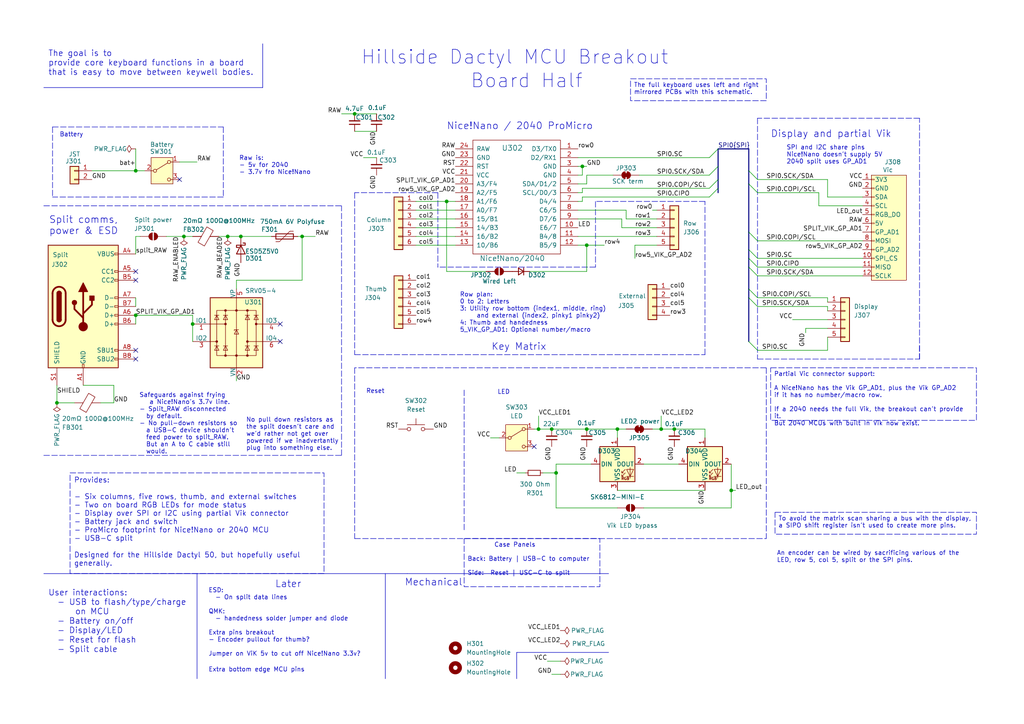
<source format=kicad_sch>
(kicad_sch (version 20231120) (generator "eeschema") (generator_version "8.0")
  (paper "A4")
  (title_block (title "Hillside Dactyl MCU Breakout") (date "2024-02-24") (rev "0.1.0-alpha.2") (comment 1 "  Headers: MCU, key matrix and display") (comment 2 "  On board: reset, battery switch and LEDs") (comment 3 "Provides:") (comment 4 "MCU breakout for Dactyl split keyboards "))
  (lib_symbols
    (symbol "Connector:USB_C_Receptacle_USB2.0_16P" (pin_names (offset 1.016))
      (property "Reference" "J" (at 0 22.225 0))
      (property "Value" "USB_C_Receptacle_USB2.0_16P" (at 0 19.685 0))
      (symbol "USB_C_Receptacle_USB2.0_16P_1_1"
        (pin passive line (at 0 -22.86 90) (length 5.08) (name "GND") (number "A1"))
        (pin passive line (at 0 -22.86 90) (length 5.08) hide (name "GND") (number "A12"))
        (pin passive line (at 15.24 15.24 180) (length 5.08) (name "VBUS") (number "A4"))
        (pin bidirectional line (at 15.24 10.16 180) (length 5.08) (name "CC1") (number "A5"))
        (pin bidirectional line (at 15.24 -2.54 180) (length 5.08) (name "D+") (number "A6"))
        (pin bidirectional line (at 15.24 2.54 180) (length 5.08) (name "D-") (number "A7"))
        (pin bidirectional line (at 15.24 -12.7 180) (length 5.08) (name "SBU1") (number "A8"))
        (pin passive line (at 15.24 15.24 180) (length 5.08) hide (name "VBUS") (number "A9"))
        (pin passive line (at 0 -22.86 90) (length 5.08) hide (name "GND") (number "B1"))
        (pin passive line (at 0 -22.86 90) (length 5.08) hide (name "GND") (number "B12"))
        (pin passive line (at 15.24 15.24 180) (length 5.08) hide (name "VBUS") (number "B4"))
        (pin bidirectional line (at 15.24 7.62 180) (length 5.08) (name "CC2") (number "B5"))
        (pin bidirectional line (at 15.24 -5.08 180) (length 5.08) (name "D+") (number "B6"))
        (pin bidirectional line (at 15.24 0 180) (length 5.08) (name "D-") (number "B7"))
        (pin bidirectional line (at 15.24 -15.24 180) (length 5.08) (name "SBU2") (number "B8"))
        (pin passive line (at 15.24 15.24 180) (length 5.08) hide (name "VBUS") (number "B9"))
        (pin passive line (at -7.62 -22.86 90) (length 5.08) (name "SHIELD") (number "S1"))
      )
    )
    (symbol "Connector_Generic:Conn_01x02" (pin_names (offset 1.016) hide)
      (property "Reference" "J" (at 0 2.54 0))
      (property "Value" "Conn_01x02" (at 0 -5.08 0))
      (symbol "Conn_01x02_1_1"
        (pin passive line (at -5.08 0 0) (length 3.81) (name "Pin_1") (number "1"))
        (pin passive line (at -5.08 -2.54 0) (length 3.81) (name "Pin_2") (number "2"))
      )
    )
    (symbol "Connector_Generic:Conn_01x04" (pin_names (offset 1.016) hide)
      (property "Reference" "J" (at 0 5.08 0))
      (property "Value" "Conn_01x04" (at 0 -7.62 0))
      (symbol "Conn_01x04_1_1"
        (pin passive line (at -5.08 2.54 0) (length 3.81) (name "Pin_1") (number "1"))
        (pin passive line (at -5.08 0 0) (length 3.81) (name "Pin_2") (number "2"))
        (pin passive line (at -5.08 -2.54 0) (length 3.81) (name "Pin_3") (number "3"))
        (pin passive line (at -5.08 -5.08 0) (length 3.81) (name "Pin_4") (number "4"))
      )
    )
    (symbol "Connector_Generic:Conn_01x05" (pin_names (offset 1.016) hide)
      (property "Reference" "J" (at 0 7.62 0))
      (property "Value" "Conn_01x05" (at 0 -7.62 0))
      (symbol "Conn_01x05_1_1"
        (pin passive line (at -5.08 5.08 0) (length 3.81) (name "Pin_1") (number "1"))
        (pin passive line (at -5.08 2.54 0) (length 3.81) (name "Pin_2") (number "2"))
        (pin passive line (at -5.08 0 0) (length 3.81) (name "Pin_3") (number "3"))
        (pin passive line (at -5.08 -2.54 0) (length 3.81) (name "Pin_4") (number "4"))
        (pin passive line (at -5.08 -5.08 0) (length 3.81) (name "Pin_5") (number "5"))
      )
    )
    (symbol "Connector_Generic:Conn_01x06" (pin_names (offset 1.016) hide)
      (property "Reference" "J" (at 0 7.62 0))
      (property "Value" "Conn_01x06" (at 0 -10.16 0))
      (symbol "Conn_01x06_1_1"
        (pin passive line (at -5.08 5.08 0) (length 3.81) (name "Pin_1") (number "1"))
        (pin passive line (at -5.08 2.54 0) (length 3.81) (name "Pin_2") (number "2"))
        (pin passive line (at -5.08 0 0) (length 3.81) (name "Pin_3") (number "3"))
        (pin passive line (at -5.08 -2.54 0) (length 3.81) (name "Pin_4") (number "4"))
        (pin passive line (at -5.08 -5.08 0) (length 3.81) (name "Pin_5") (number "5"))
        (pin passive line (at -5.08 -7.62 0) (length 3.81) (name "Pin_6") (number "6"))
      )
    )
    (symbol "Dactyl:ProMicro_r" (pin_names (offset 1.016))
      (property "Reference" "U" (at 1.27 22.86 0))
      (property "Value" "ProMicro_r" (at 1.27 -15.24 0))
      (symbol "ProMicro_r_1_1"
        (pin bidirectional line (at 19.05 17.78 180) (length 5.08) (name "D3/TX0") (number "1"))
        (pin bidirectional line (at 19.05 -5.08 180) (length 5.08) (name "E6/7") (number "10"))
        (pin bidirectional line (at 19.05 -7.62 180) (length 5.08) (name "B4/8") (number "11"))
        (pin bidirectional line (at 19.05 -10.16 180) (length 5.08) (name "B5/9") (number "12"))
        (pin bidirectional line (at -16.51 -10.16 0) (length 5.08) (name "10/B6") (number "13"))
        (pin bidirectional line (at -16.51 -7.62 0) (length 5.08) (name "16/B2") (number "14"))
        (pin bidirectional line (at -16.51 -5.08 0) (length 5.08) (name "14/B3") (number "15"))
        (pin bidirectional line (at -16.51 -2.54 0) (length 5.08) (name "15/B1") (number "16"))
        (pin bidirectional line (at -16.51 0 0) (length 5.08) (name "A0/F7") (number "17"))
        (pin bidirectional line (at -16.51 2.54 0) (length 5.08) (name "A1/F6") (number "18"))
        (pin bidirectional line (at -16.51 5.08 0) (length 5.08) (name "A2/F5") (number "19"))
        (pin bidirectional line (at 19.05 15.24 180) (length 5.08) (name "D2/RX1") (number "2"))
        (pin bidirectional line (at -16.51 7.62 0) (length 5.08) (name "A3/F4") (number "20"))
        (pin power_in line (at -16.51 10.16 0) (length 5.08) (name "VCC") (number "21"))
        (pin input line (at -16.51 12.7 0) (length 5.08) (name "RST") (number "22"))
        (pin power_in line (at -16.51 15.24 0) (length 5.08) (name "GND") (number "23"))
        (pin power_out line (at -16.51 17.78 0) (length 5.08) (name "RAW") (number "24"))
        (pin power_in line (at 19.05 12.7 180) (length 5.08) (name "GND") (number "3"))
        (pin power_in line (at 19.05 10.16 180) (length 5.08) (name "GND") (number "4"))
        (pin bidirectional line (at 19.05 7.62 180) (length 5.08) (name "SDA/D1/2") (number "5"))
        (pin bidirectional line (at 19.05 5.08 180) (length 5.08) (name "SCL/D0/3") (number "6"))
        (pin bidirectional line (at 19.05 2.54 180) (length 5.08) (name "D4/4") (number "7"))
        (pin bidirectional line (at 19.05 0 180) (length 5.08) (name "C6/5") (number "8"))
        (pin bidirectional line (at 19.05 -2.54 180) (length 5.08) (name "D7/6") (number "9"))
      )
    )
    (symbol "Dactyl:SK6812-MINI-E" (pin_names (offset 0.254))
      (property "Reference" "D" (at 5.08 5.715 0))
      (property "Value" "SK6812-MINI-E" (at 1.27 -5.715 0))
      (symbol "SK6812-MINI-E_0_0"
        (text "RGB" (at 2.286 -4.191 0) (effects (font (size 0.762 0.762))))
      )
      (symbol "SK6812-MINI-E_1_1"
        (pin power_in line (at 0 7.62 270) (length 2.54) (name "VDD") (number "1"))
        (pin output line (at 7.62 0 180) (length 2.54) (name "DOUT") (number "2"))
        (pin power_in line (at 0 -7.62 90) (length 2.54) (name "VSS") (number "3"))
        (pin input line (at -7.62 0 0) (length 2.54) (name "DIN") (number "4"))
      )
    )
    (symbol "Dactyl:vik-keyboard-connector" (pin_names (offset 1))
      (property "Reference" "J" (at 0 15.875 0))
      (symbol "vik-keyboard-connector_1_1"
        (pin power_in line (at -7.62 12.7 0) (length 2.54) (name "3V3") (number "1"))
        (pin input line (at -7.62 -10.16 0) (length 2.54) (name "SPI_CS") (number "10"))
        (pin tri_state line (at -7.62 -12.7 0) (length 2.54) (name "MISO") (number "11"))
        (pin input line (at -7.62 -15.24 0) (length 2.54) (name "SCLK") (number "12"))
        (pin power_in line (at -7.62 10.16 0) (length 2.54) (name "GND") (number "2"))
        (pin bidirectional line (at -7.62 7.62 0) (length 2.54) (name "SDA") (number "3"))
        (pin bidirectional line (at -7.62 5.08 0) (length 2.54) (name "SCL") (number "4"))
        (pin input line (at -7.62 2.54 0) (length 2.54) (name "RGB_DO") (number "5"))
        (pin power_in line (at -7.62 0 0) (length 2.54) (name "5V") (number "6"))
        (pin bidirectional line (at -7.62 -2.54 0) (length 2.54) (name "GP_AD1") (number "7"))
        (pin input line (at -7.62 -5.08 0) (length 2.54) (name "MOSI") (number "8"))
        (pin bidirectional line (at -7.62 -7.62 0) (length 2.54) (name "GP_AD2") (number "9"))
      )
    )
    (symbol "Device:C_Small" (pin_numbers hide) (pin_names (offset 0.254) hide)
      (property "Reference" "C" (at 0.254 1.778 0))
      (property "Value" "C_Small" (at 0.254 -2.032 0))
      (symbol "C_Small_1_1"
        (pin passive line (at 0 2.54 270) (length 2.032) (name "~") (number "1"))
        (pin passive line (at 0 -2.54 90) (length 2.032) (name "~") (number "2"))
      )
    )
    (symbol "Device:D_Small" (pin_numbers hide) (pin_names (offset 0.254) hide)
      (property "Reference" "D" (at -1.27 2.032 0))
      (property "Value" "D_Small" (at -3.81 -2.032 0))
      (symbol "D_Small_1_1"
        (pin passive line (at -2.54 0 0) (length 1.778) (name "K") (number "1"))
        (pin passive line (at 2.54 0 180) (length 1.778) (name "A") (number "2"))
      )
    )
    (symbol "Device:FerriteBead" (pin_numbers hide) (pin_names (offset 0))
      (property "Reference" "FB" (at -3.81 0.635 90))
      (property "Value" "FerriteBead" (at 3.81 0 90))
      (symbol "FerriteBead_1_1"
        (pin passive line (at 0 3.81 270) (length 2.54) (name "~") (number "1"))
        (pin passive line (at 0 -3.81 90) (length 2.54) (name "~") (number "2"))
      )
    )
    (symbol "Device:Polyfuse" (pin_numbers hide) (pin_names (offset 0))
      (property "Reference" "F" (at -2.54 0 90))
      (property "Value" "Polyfuse" (at 2.54 0 90))
      (symbol "Polyfuse_1_1"
        (pin passive line (at 0 3.81 270) (length 1.27) (name "~") (number "1"))
        (pin passive line (at 0 -3.81 90) (length 1.27) (name "~") (number "2"))
      )
    )
    (symbol "Device:R_Small" (pin_numbers hide) (pin_names (offset 0.254) hide)
      (property "Reference" "R" (at 0.762 0.508 0))
      (property "Value" "R_Small" (at 0.762 -1.016 0))
      (symbol "R_Small_1_1"
        (pin passive line (at 0 2.54 270) (length 0.762) (name "~") (number "1"))
        (pin passive line (at 0 -2.54 90) (length 0.762) (name "~") (number "2"))
      )
    )
    (symbol "Diode:C3D12065A" (pin_numbers hide) (pin_names (offset 1.016) hide)
      (property "Reference" "D" (at 0 2.54 0))
      (property "Value" "C3D12065A" (at 0 -2.54 0))
      (symbol "C3D12065A_1_1"
        (pin passive line (at -3.81 0 0) (length 2.54) (name "K") (number "1"))
        (pin passive line (at 3.81 0 180) (length 2.54) (name "A") (number "2"))
      )
    )
    (symbol "Jumper:SolderJumper_2_Bridged" (pin_numbers hide) (pin_names (offset 0) hide) (exclude_from_sim yes) (in_bom no)
      (property "Reference" "JP" (at 0 2.032 0))
      (property "Value" "SolderJumper_2_Bridged" (at 0 -2.54 0))
      (symbol "SolderJumper_2_Bridged_1_1"
        (pin passive line (at -3.81 0 0) (length 2.54) (name "A") (number "1"))
        (pin passive line (at 3.81 0 180) (length 2.54) (name "B") (number "2"))
      )
    )
    (symbol "Jumper:SolderJumper_2_Open" (pin_numbers hide) (pin_names (offset 0) hide) (exclude_from_sim yes) (in_bom no)
      (property "Reference" "JP" (at 0 2.032 0))
      (property "Value" "SolderJumper_2_Open" (at 0 -2.54 0))
      (symbol "SolderJumper_2_Open_1_1"
        (pin passive line (at -3.81 0 0) (length 2.54) (name "A") (number "1"))
        (pin passive line (at 3.81 0 180) (length 2.54) (name "B") (number "2"))
      )
    )
    (symbol "Mechanical:MountingHole" (pin_names (offset 1.016))
      (property "Reference" "H" (at 0 5.08 0))
      (property "Value" "MountingHole" (at 0 3.175 0))
    )
    (symbol "Power_Protection:SRV05-4" (pin_names (offset 0))
      (property "Reference" "U" (at -5.08 11.43 0))
      (property "Value" "SRV05-4" (at 2.54 11.43 0))
      (symbol "SRV05-4_1_1"
        (pin passive line (at -12.7 2.54 0) (length 5.08) (name "IO1") (number "1"))
        (pin passive line (at 0 -12.7 90) (length 2.54) (name "VN") (number "2"))
        (pin passive line (at -12.7 -2.54 0) (length 5.08) (name "IO2") (number "3"))
        (pin passive line (at 12.7 2.54 180) (length 5.08) (name "IO3") (number "4"))
        (pin passive line (at 0 12.7 270) (length 2.54) (name "VP") (number "5"))
        (pin passive line (at 12.7 -2.54 180) (length 5.08) (name "IO4") (number "6"))
      )
    )
    (symbol "SolderJumper_2_Bridged_1" (pin_numbers hide) (pin_names (offset 0) hide)
      (property "Reference" "JP" (at 0 2.032 0))
      (property "Value" "SolderJumper_2_Bridged" (at 0 -2.54 0))
      (symbol "SolderJumper_2_Bridged_1_1_1"
        (pin passive line (at -3.81 0 0) (length 2.54) (name "A") (number "1"))
        (pin passive line (at 3.81 0 180) (length 2.54) (name "B") (number "2"))
      )
    )
    (symbol "Switch:SW_Push" (pin_numbers hide) (pin_names (offset 1.016) hide)
      (property "Reference" "SW" (at 1.27 2.54 0))
      (property "Value" "SW_Push" (at 0 -1.524 0))
      (symbol "SW_Push_0_1"
        (pin passive line (at -5.08 0 0) (length 2.54) (name "1") (number "1"))
        (pin passive line (at 5.08 0 180) (length 2.54) (name "2") (number "2"))
      )
    )
    (symbol "Switch:SW_SPDT" (pin_names (offset 0) hide)
      (property "Reference" "SW" (at 0 5.08 0))
      (property "Value" "SW_SPDT" (at 0 -5.08 0))
      (symbol "SW_SPDT_1_1"
        (pin passive line (at 5.08 2.54 180) (length 2.54) (name "A") (number "1"))
        (pin passive line (at -5.08 0 0) (length 2.54) (name "B") (number "2"))
        (pin passive line (at 5.08 -2.54 180) (length 2.54) (name "C") (number "3"))
      )
    )
    (symbol "power:PWR_FLAG" (power) (pin_numbers hide) (pin_names (offset 0) hide)
      (property "Value" "PWR_FLAG" (at 0 3.81 0))
      (symbol "PWR_FLAG_0_0"
        (pin power_out line (at 0 0 90) (length 0) (name "~") (number "1"))
      )
    )
  )
  (bus_alias "SPI" (members "SC" "SCK/SDA" "COPI/SCL" "CIPO"))
  (junction (at 212.09 142.24))
  (junction (at 170.18 71.12))
  (junction (at 39.37 49.53))
  (junction (at 156.21 124.46))
  (junction (at 69.85 68.58))
  (junction (at 170.18 124.46))
  (junction (at 16.51 116.84))
  (junction (at 102.87 33.02))
  (junction (at 66.04 68.58))
  (junction (at 87.63 68.58))
  (junction (at 39.37 91.44))
  (junction (at 129.54 58.42))
  (junction (at 55.88 93.98))
  (junction (at 191.77 124.46))
  (junction (at 179.07 124.46))
  (junction (at 161.29 137.16))
  (junction (at 53.34 68.58))
  (junction (at 195.58 124.46))
  (junction (at 160.02 124.46))
  (junction (at 168.91 48.26))
  (no_connect (at 154.94 129.54))
  (no_connect (at 39.37 78.74))
  (no_connect (at 52.07 52.07))
  (no_connect (at 39.37 81.28))
  (no_connect (at 39.37 101.6))
  (no_connect (at 81.28 93.98))
  (no_connect (at 81.28 99.06))
  (no_connect (at 39.37 104.14))
  (bus_entry (at 217.17 86.36) (size 2.54 2.54))
  (bus_entry (at 217.17 72.39) (size 2.54 2.54))
  (bus_entry (at 208.28 48.26) (size -2.54 2.54))
  (bus_entry (at 217.17 67.31) (size 2.54 2.54))
  (bus_entry (at 208.28 54.61) (size -2.54 2.54))
  (bus_entry (at 217.17 99.06) (size 2.54 2.54))
  (bus_entry (at 208.28 52.07) (size -2.54 2.54))
  (bus_entry (at 217.17 77.47) (size 2.54 2.54))
  (bus_entry (at 217.17 53.34) (size 2.54 2.54))
  (bus_entry (at 217.17 74.93) (size 2.54 2.54))
  (bus_entry (at 208.28 43.18) (size -2.54 2.54))
  (bus_entry (at 217.17 49.53) (size 2.54 2.54))
  (bus_entry (at 217.17 83.82) (size 2.54 2.54))
  (wire (pts (xy 142.24 127) (xy 144.78 127)))
  (wire (pts (xy 39.37 68.58) (xy 40.64 68.58)))
  (wire (pts (xy 240.03 88.9) (xy 240.03 90.17)))
  (wire (pts (xy 129.54 58.42) (xy 129.54 78.74)))
  (wire (pts (xy 102.87 33.02) (xy 99.06 33.02)))
  (wire (pts (xy 240.03 52.07) (xy 240.03 57.15)))
  (polyline (pts (xy 127 77.47) (xy 127 77.47)) (stroke (width 0) (type dot)))
  (wire (pts (xy 170.18 53.34) (xy 167.64 53.34)))
  (polyline (pts (xy 102.87 156.21) (xy 222.25 156.21)) (stroke (width 0) (type dash)))
  (wire (pts (xy 167.64 55.88) (xy 168.91 55.88)))
  (wire (pts (xy 157.48 137.16) (xy 161.29 137.16)))
  (wire (pts (xy 129.54 78.74) (xy 140.97 78.74)))
  (wire (pts (xy 219.71 74.93) (xy 250.19 74.93)))
  (wire (pts (xy 161.29 134.62) (xy 161.29 137.16)))
  (wire (pts (xy 181.61 63.5) (xy 181.61 60.96)))
  (wire (pts (xy 212.09 142.24) (xy 213.36 142.24)))
  (wire (pts (xy 219.71 52.07) (xy 240.03 52.07)))
  (wire (pts (xy 186.69 134.62) (xy 196.85 134.62)))
  (wire (pts (xy 87.63 68.58) (xy 87.63 81.28)))
  (wire (pts (xy 237.49 55.88) (xy 237.49 59.69)))
  (wire (pts (xy 68.58 83.82) (xy 68.58 81.28)))
  (wire (pts (xy 191.77 124.46) (xy 195.58 124.46)))
  (wire (pts (xy 53.34 68.58) (xy 55.88 68.58)))
  (wire (pts (xy 55.88 91.44) (xy 55.88 93.98)))
  (wire (pts (xy 120.65 71.12) (xy 132.08 71.12)))
  (wire (pts (xy 167.64 48.26) (xy 168.91 48.26)))
  (wire (pts (xy 175.26 71.12) (xy 170.18 71.12)))
  (polyline (pts (xy 204.47 102.87) (xy 204.47 58.42)) (stroke (width 0) (type dash)))
  (polyline (pts (xy 149.86 189.23) (xy 149.86 196.85)))
  (bus (pts (xy 217.17 74.93) (xy 217.17 77.47)))
  (wire (pts (xy 240.03 101.6) (xy 240.03 97.79)))
  (wire (pts (xy 156.21 120.65) (xy 156.21 124.46)))
  (wire (pts (xy 52.07 46.99) (xy 57.15 46.99)))
  (wire (pts (xy 87.63 68.58) (xy 91.44 68.58)))
  (bus (pts (xy 208.28 43.18) (xy 208.28 48.26)))
  (wire (pts (xy 168.91 58.42) (xy 167.64 58.42)))
  (polyline (pts (xy 127 55.88) (xy 102.87 55.88)) (stroke (width 0) (type dash)))
  (wire (pts (xy 219.71 55.88) (xy 237.49 55.88)))
  (wire (pts (xy 219.71 80.01) (xy 250.19 80.01)))
  (wire (pts (xy 168.91 55.88) (xy 168.91 54.61)))
  (polyline (pts (xy 172.72 77.47) (xy 127 77.47)) (stroke (width 0) (type dash)))
  (wire (pts (xy 219.71 86.36) (xy 240.03 86.36)))
  (polyline (pts (xy 219.71 34.29) (xy 219.71 104.14)) (stroke (width 0) (type dash)))
  (wire (pts (xy 168.91 54.61) (xy 205.74 54.61)))
  (wire (pts (xy 233.68 95.25) (xy 233.68 96.52)))
  (wire (pts (xy 168.91 57.15) (xy 205.74 57.15)))
  (wire (pts (xy 39.37 68.58) (xy 39.37 73.66)))
  (polyline (pts (xy 111.76 166.37) (xy 111.76 196.85)))
  (wire (pts (xy 63.5 68.58) (xy 66.04 68.58)))
  (wire (pts (xy 154.94 124.46) (xy 156.21 124.46)))
  (wire (pts (xy 69.85 68.58) (xy 78.74 68.58)))
  (wire (pts (xy 109.22 33.02) (xy 102.87 33.02)))
  (wire (pts (xy 185.42 50.8) (xy 205.74 50.8)))
  (wire (pts (xy 129.54 58.42) (xy 132.08 58.42)))
  (wire (pts (xy 179.07 142.24) (xy 204.47 142.24)))
  (wire (pts (xy 39.37 91.44) (xy 55.88 91.44)))
  (polyline (pts (xy 76.2 25.4) (xy 76.2 12.7)))
  (wire (pts (xy 158.75 191.77) (xy 162.56 191.77)))
  (polyline (pts (xy 102.87 102.87) (xy 204.47 102.87)) (stroke (width 0) (type dash)))
  (wire (pts (xy 189.23 124.46) (xy 191.77 124.46)))
  (wire (pts (xy 180.34 66.04) (xy 180.34 63.5)))
  (wire (pts (xy 170.18 50.8) (xy 177.8 50.8)))
  (polyline (pts (xy 172.72 58.42) (xy 172.72 77.47)) (stroke (width 0) (type dash)))
  (wire (pts (xy 184.15 71.12) (xy 184.15 74.93)))
  (polyline (pts (xy 127 55.88) (xy 127 77.47)) (stroke (width 0) (type dash)))
  (wire (pts (xy 167.64 68.58) (xy 190.5 68.58)))
  (wire (pts (xy 212.09 142.24) (xy 212.09 147.32)))
  (polyline (pts (xy 99.06 132.08) (xy 99.06 59.69)) (stroke (width 0) (type dash)))
  (polyline (pts (xy 204.47 58.42) (xy 172.72 58.42)) (stroke (width 0) (type dash)))
  (wire (pts (xy 167.64 60.96) (xy 181.61 60.96)))
  (wire (pts (xy 153.67 78.74) (xy 170.18 78.74)))
  (wire (pts (xy 184.15 71.12) (xy 190.5 71.12)))
  (bus (pts (xy 208.28 48.26) (xy 208.28 52.07)))
  (wire (pts (xy 170.18 71.12) (xy 170.18 78.74)))
  (wire (pts (xy 212.09 142.24) (xy 212.09 134.62)))
  (wire (pts (xy 160.02 195.58) (xy 162.56 195.58)))
  (bus (pts (xy 217.17 86.36) (xy 217.17 99.06)))
  (wire (pts (xy 179.07 124.46) (xy 181.61 124.46)))
  (wire (pts (xy 102.87 38.1) (xy 109.22 38.1)))
  (wire (pts (xy 168.91 50.8) (xy 168.91 48.26)))
  (wire (pts (xy 156.21 124.46) (xy 160.02 124.46)))
  (wire (pts (xy 161.29 147.32) (xy 161.29 137.16)))
  (wire (pts (xy 16.51 116.84) (xy 21.59 116.84)))
  (bus (pts (xy 217.17 77.47) (xy 217.17 83.82)))
  (wire (pts (xy 204.47 124.46) (xy 204.47 127)))
  (polyline (pts (xy 72.39 166.37) (xy 118.11 166.37)))
  (wire (pts (xy 219.71 77.47) (xy 250.19 77.47)))
  (wire (pts (xy 237.49 59.69) (xy 250.19 59.69)))
  (wire (pts (xy 39.37 86.36) (xy 39.37 88.9)))
  (wire (pts (xy 181.61 63.5) (xy 190.5 63.5)))
  (wire (pts (xy 167.64 50.8) (xy 168.91 50.8)))
  (wire (pts (xy 16.51 111.76) (xy 16.51 116.84)))
  (wire (pts (xy 233.68 95.25) (xy 240.03 95.25)))
  (polyline (pts (xy 102.87 55.88) (xy 102.87 102.87)) (stroke (width 0) (type dash)))
  (polyline (pts (xy 102.87 106.68) (xy 102.87 156.21)) (stroke (width 0) (type dash)))
  (wire (pts (xy 180.34 66.04) (xy 190.5 66.04)))
  (polyline (pts (xy 266.7 104.14) (xy 266.7 34.29)) (stroke (width 0) (type dash)))
  (wire (pts (xy 170.18 124.46) (xy 179.07 124.46)))
  (polyline (pts (xy 15.24 36.83) (xy 15.24 57.15)) (stroke (width 0) (type dash)))
  (wire (pts (xy 39.37 43.18) (xy 39.37 49.53)))
  (wire (pts (xy 170.18 71.12) (xy 167.64 71.12)))
  (wire (pts (xy 167.64 63.5) (xy 180.34 63.5)))
  (wire (pts (xy 191.77 120.65) (xy 191.77 124.46)))
  (wire (pts (xy 39.37 49.53) (xy 41.91 49.53)))
  (bus (pts (xy 217.17 49.53) (xy 217.17 53.34)))
  (wire (pts (xy 160.02 124.46) (xy 170.18 124.46)))
  (wire (pts (xy 186.69 147.32) (xy 212.09 147.32)))
  (wire (pts (xy 170.18 50.8) (xy 170.18 53.34)))
  (wire (pts (xy 190.5 60.96) (xy 189.23 60.96)))
  (wire (pts (xy 105.41 45.72) (xy 109.22 45.72)))
  (wire (pts (xy 120.65 58.42) (xy 129.54 58.42)))
  (wire (pts (xy 120.65 60.96) (xy 132.08 60.96)))
  (polyline (pts (xy 12.7 166.37) (xy 72.39 166.37)))
  (wire (pts (xy 168.91 57.15) (xy 168.91 58.42)))
  (polyline (pts (xy 176.53 166.37) (xy 118.11 166.37)))
  (polyline (pts (xy 12.7 59.69) (xy 99.06 59.69)) (stroke (width 0) (type dash)))
  (polyline (pts (xy 64.77 36.83) (xy 64.77 57.15)) (stroke (width 0) (type dash)))
  (polyline (pts (xy 222.25 106.68) (xy 222.25 156.21)) (stroke (width 0) (type dash)))
  (wire (pts (xy 179.07 147.32) (xy 161.29 147.32)))
  (wire (pts (xy 219.71 69.85) (xy 250.19 69.85)))
  (wire (pts (xy 219.71 88.9) (xy 240.03 88.9)))
  (polyline (pts (xy 15.24 36.83) (xy 64.77 36.83)) (stroke (width 0) (type dash)))
  (wire (pts (xy 229.87 92.71) (xy 240.03 92.71)))
  (wire (pts (xy 195.58 124.46) (xy 204.47 124.46)))
  (wire (pts (xy 68.58 110.49) (xy 68.58 109.22)))
  (wire (pts (xy 120.65 63.5) (xy 132.08 63.5)))
  (wire (pts (xy 240.03 57.15) (xy 250.19 57.15)))
  (wire (pts (xy 167.64 45.72) (xy 205.74 45.72)))
  (wire (pts (xy 26.67 49.53) (xy 39.37 49.53)))
  (wire (pts (xy 66.04 68.58) (xy 69.85 68.58)))
  (wire (pts (xy 149.86 137.16) (xy 152.4 137.16)))
  (polyline (pts (xy 12.7 132.08) (xy 99.06 132.08)) (stroke (width 0) (type dash)))
  (wire (pts (xy 68.58 81.28) (xy 87.63 81.28)))
  (wire (pts (xy 240.03 86.36) (xy 240.03 87.63)))
  (wire (pts (xy 120.65 68.58) (xy 132.08 68.58)))
  (bus (pts (xy 217.17 53.34) (xy 217.17 67.31)))
  (polyline (pts (xy 222.25 106.68) (xy 102.87 106.68)) (stroke (width 0) (type dash)))
  (wire (pts (xy 179.07 124.46) (xy 179.07 127)))
  (wire (pts (xy 86.36 68.58) (xy 87.63 68.58)))
  (polyline (pts (xy 266.7 34.29) (xy 219.71 34.29)) (stroke (width 0) (type dash)))
  (wire (pts (xy 168.91 48.26) (xy 170.18 48.26)))
  (wire (pts (xy 48.26 68.58) (xy 53.34 68.58)))
  (wire (pts (xy 39.37 91.44) (xy 39.37 93.98)))
  (polyline (pts (xy 12.7 25.4) (xy 76.2 25.4)))
  (wire (pts (xy 55.88 93.98) (xy 55.88 99.06)))
  (wire (pts (xy 33.02 111.76) (xy 24.13 111.76)))
  (polyline (pts (xy 57.15 166.37) (xy 57.15 196.85)))
  (polyline (pts (xy 219.71 104.14) (xy 266.7 104.14)) (stroke (width 0) (type dash)))
  (bus (pts (xy 208.28 52.07) (xy 208.28 54.61)))
  (bus (pts (xy 217.17 72.39) (xy 217.17 74.93)))
  (wire (pts (xy 120.65 66.04) (xy 132.08 66.04)))
  (bus (pts (xy 208.28 54.61) (xy 208.28 55.88)))
  (bus (pts (xy 217.17 83.82) (xy 217.17 86.36)))
  (wire (pts (xy 33.02 111.76) (xy 33.02 116.84)))
  (bus (pts (xy 208.28 43.18) (xy 217.17 43.18)))
  (polyline (pts (xy 266.7 100.33) (xy 266.7 104.14)) (stroke (width 0) (type dash)))
  (polyline (pts (xy 134.62 153.67) (xy 134.62 113.03)) (stroke (width 0) (type dash)))
  (polyline (pts (xy 64.77 57.15) (xy 15.24 57.15)) (stroke (width 0) (type dash)))
  (wire (pts (xy 161.29 134.62) (xy 171.45 134.62)))
  (wire (pts (xy 219.71 101.6) (xy 240.03 101.6)))
  (wire (pts (xy 29.21 116.84) (xy 33.02 116.84)))
  (bus (pts (xy 217.17 43.18) (xy 217.17 49.53)))
  (bus (pts (xy 217.17 67.31) (xy 217.17 72.39)))
  (polyline (pts (xy 176.53 189.23) (xy 149.86 189.23)))
  (text_box "Partial Vic connector support:\n\nA Nice!Nano has the Vik GP_AD1, plus the Vik GP_AD2 \nif it has no number/macro row.\n\nIf a 2040 needs the full Vik, the breakout can't provide it.\nBut 2040 MCUs with built in Vik now exist." (at 223.52 106.68 0) (size 59.69 15.24) (stroke (width 0) (type dash)) (effects (font (size 1.27 1.27)) (justify left top)))
  (text_box "The full keyboard uses left and right \nmirrored PCBs with this schematic." (at 182.88 22.86 0) (size 39.37 6.35) (stroke (width 0) (type dash)) (effects (font (size 1.27 1.27)) (justify left top)))
  (text_box "Provides:\n\n- Six columns, five rows, thumb, and external switches\n- Two on board RGB LEDs for mode status\n- Display over SPI or I2C using partial Vik connector\n- Battery jack and switch\n- ProMicro footprint for Nice!Nano or 2040 MCU\n- USB-C split\n\nDesigned for the Hillside Dactyl 50, but hopefully useful generally." (at 20.32 137.16 0) (size 73.66 29.21) (stroke (width 0) (type dash)) (effects (font (size 1.5 1.5)) (justify left top)))
  (text_box "        Case Panels\n\nBack: Battery | USB-C to computer\n\nSide:  Reset | USC-C to split" (at 134.62 156.21 0) (size 39.37 13.97) (stroke (width 0) (type dash)) (effects (font (size 1.27 1.27)) (justify left top)))
  (text_box "To avoid the matrix scan sharing a bus with the display,\na SIPO shift register isn't used to create more pins." (at 224.79 148.59 0) (size 58.42 6.35) (stroke (width 0) (type dash)) (effects (font (size 1.27 1.27)) (justify left top)))
  (text_box "Split comms,\npower & ESD" (at 12.7 60.96 0) (size 24.13 8.89) (stroke (width -0.0001)) (effects (font (size 2 2)) (justify left top)))
  (text "ESD: \n  - On split data lines\n\nQMK:\n  - handedness solder jumper and diode\n\nExtra pins breakout\n- Encoder pullout for thumb?\n\nJumper on ViK 5v to cut off Nice!Nano 3.3v?" (at 60.452 190.5 0) (effects (font (size 1.27 1.27)) (justify left bottom)))
  (text "SPI and I2C share pins\nNice!Nano doesn't supply 5V\n2040 split uses GP_AD1" (at 228.092 44.958 0) (effects (font (size 1.27 1.27)) (justify left)))
  (text "Board Half" (at 136.398 25.908 0) (effects (font (size 4 4)) (justify left bottom)))
  (text "Battery" (at 17.272 39.878 0) (effects (font (size 1.27 1.27)) (justify left bottom)))
  (text "No pull down resistors as \nthe split doesn't care and\nwe'd rather not get over \npowered if we inadvertantly \nplug into something else." (at 71.374 130.81 0) (effects (font (size 1.27 1.27)) (justify left bottom)))
  (text "Key Matrix" (at 142.494 101.854 0) (effects (font (size 2 2)) (justify left bottom)))
  (text "Row plan:\n0 to 2: Letters\n3: Utility row bottom (index1, middle, ring) \n     and external (index2, pinky1 pinky2)\n4: Thumb and handedness\n5_VIK_GP_AD1: Optional number/macro" (at 133.35 90.678 0) (effects (font (size 1.27 1.27)) (justify left)))
  (text "Safeguards against frying \n   a Nice!Nano's 3.7v line.\n- Split_RAW disconnected\n  by default.\n- No pull-down resistors so\n  a USB-C device shouldn't \n  feed power to split_RAW.\n  But an A to C cable still\n  would." (at 40.386 131.826 0) (effects (font (size 1.27 1.27)) (justify left bottom)))
  (text "An encoder can be wired by sacrificing various of the \nLED, row 5, col 5, split or the SPI pins." (at 225.298 163.322 0) (effects (font (size 1.27 1.27)) (justify left bottom)))
  (text " Display and partial Vik" (at 221.996 40.132 0) (effects (font (size 2 2)) (justify left bottom)))
  (text "${TITLE}" (at 104.648 19.05 0) (effects (font (size 4 4)) (justify left bottom)))
  (text "The goal is to \nprovide core keyboard functions in a board \nthat is easy to move between keywell bodies." (at 13.97 22.098 0) (effects (font (size 1.7 1.7)) (justify left bottom)))
  (text "User interactions:\n  - USB to flash/type/charge\n      on MCU\n  - Battery on/off\n  - Display/LED\n  - Reset for flash\n  - Split cable\n" (at 13.97 189.484 0) (effects (font (size 1.7 1.7)) (justify left bottom)))
  (text "Mechanical" (at 117.348 170.18 0) (effects (font (size 2 2)) (justify left bottom)))
  (text "Nice!Nano / 2040 ProMicro" (at 129.54 37.846 0) (effects (font (size 2 2)) (justify left bottom)))
  (text "LED" (at 144.272 114.554 0) (effects (font (size 1.27 1.27)) (justify left bottom)))
  (text "Raw is:\n- 5v for 2040\n- 3.7v fro Nice!Nano" (at 69.342 50.8 0) (effects (font (size 1.27 1.27)) (justify left bottom)))
  (text "Later" (at 79.756 170.688 0) (effects (font (size 2 2)) (justify left bottom)))
  (text "Reset" (at 106.172 114.3 0) (effects (font (size 1.27 1.27)) (justify left bottom)))
  (text "Extra bottom edge MCU pins" (at 60.452 195.072 0) (effects (font (size 1.27 1.27)) (justify left bottom)))
  (label "row5_VIK_GP_AD2" (at 184.15 74.93 0))
  (label "RAW_ENABLED" (at 52.07 68.58 270))
  (label "row5_VIK_GP_AD2" (at 250.19 72.39 180))
  (label "GND" (at 250.19 54.61 180))
  (label "GND" (at 26.67 52.07 0))
  (label "SPI0.COPI{slash}SCL" (at 220.98 86.36 0))
  (label "LED" (at 149.86 137.16 180))
  (label "GND" (at 125.73 124.46 0))
  (label "SPLIT_VIK_GP_AD1" (at 39.37 91.44 0))
  (label "row3" (at 194.31 91.44 0))
  (label "col3" (at 120.65 86.36 0))
  (label "SPI0.SCK{slash}SDA" (at 222.25 80.01 0))
  (label "SPI0{SPI}" (at 208.28 43.18 0))
  (label "SPLIT_VIK_GP_AD1" (at 132.08 53.34 180))
  (label "row4" (at 120.65 93.98 0))
  (label "VCC" (at 158.75 191.77 180))
  (label "VCC_LED2" (at 162.56 186.69 180))
  (label "split_RAW" (at 39.37 73.66 0))
  (label "RAW" (at 99.06 33.02 180))
  (label "LED_out" (at 213.36 142.24 0))
  (label "RAW" (at 91.44 68.58 0))
  (label "VCC" (at 142.24 127 180))
  (label "RAW_BEADED" (at 64.77 68.58 270))
  (label "GND" (at 160.02 129.54 270))
  (label "GND" (at 68.58 110.49 0))
  (label "SPI0.SCK{slash}SDA" (at 190.5 50.8 0))
  (label "col0" (at 194.31 83.82 0))
  (label "col2" (at 120.65 83.82 0))
  (label "row4" (at 175.26 71.12 0))
  (label "SPI0.CIPO" (at 222.25 77.47 0))
  (label "GND" (at 160.02 195.58 180))
  (label "GND" (at 170.18 129.54 270))
  (label "SPI0.COPI{slash}SCL" (at 222.25 69.85 0))
  (label "col4" (at 125.73 68.58 180))
  (label "LED_out" (at 250.19 62.23 180))
  (label "LED" (at 167.64 66.04 0))
  (label "col5" (at 194.31 88.9 0))
  (label "GND" (at 109.22 50.8 270))
  (label "SPI0.COPI{slash}SCL" (at 190.5 54.61 0))
  (label "SHIELD" (at 16.51 114.3 0))
  (label "row5_VIK_GP_AD2" (at 132.08 55.88 180))
  (label "SPI0.SC" (at 190.5 45.72 0))
  (label "col5" (at 125.73 71.12 180))
  (label "VCC" (at 105.41 45.72 180))
  (label "col0" (at 125.73 58.42 180))
  (label "col4" (at 194.31 86.36 0))
  (label "RAW" (at 250.19 64.77 180))
  (label "SPI0.SC" (at 220.98 101.6 0))
  (label "VCC_LED1" (at 156.21 120.65 0))
  (label "row1" (at 184.15 63.5 0))
  (label "VCC" (at 229.87 92.71 180))
  (label "VCC" (at 132.08 50.8 180))
  (label "col5" (at 120.65 91.44 0))
  (label "GND" (at 195.58 129.54 270))
  (label "RAW" (at 57.15 46.99 0))
  (label "RST" (at 115.57 124.46 180))
  (label "GND" (at 33.02 116.84 0))
  (label "SPI0.COPI{slash}SCL" (at 222.25 55.88 0))
  (label "SPI0.CIPO" (at 190.5 57.15 0))
  (label "col1" (at 120.65 81.28 0))
  (label "VCC" (at 250.19 52.07 180))
  (label "col1" (at 125.73 60.96 180))
  (label "GND" (at 233.68 96.52 270))
  (label "row2" (at 184.15 66.04 0))
  (label "bat+" (at 39.37 48.26 180))
  (label "SPI0.SC" (at 222.25 74.93 0))
  (label "col4" (at 120.65 88.9 0))
  (label "GND" (at 204.47 142.24 270))
  (label "GND" (at 109.22 38.1 270))
  (label "GND" (at 69.85 76.2 270))
  (label "GND" (at 170.18 48.26 0))
  (label "VCC_LED1" (at 162.56 182.88 180))
  (label "SPLIT_VIK_GP_AD1" (at 250.19 67.31 180))
  (label "VCC_LED2" (at 191.77 120.65 0))
  (label "GND" (at 132.08 45.72 180))
  (label "row0" (at 167.64 43.18 0))
  (label "row3" (at 184.15 68.58 0))
  (label "SPI0.SCK{slash}SDA" (at 220.98 88.9 0))
  (label "RAW" (at 132.08 43.18 180))
  (label "col3" (at 125.73 66.04 180))
  (label "RST" (at 132.08 48.26 180))
  (label "col2" (at 125.73 63.5 180))
  (label "SPI0.SCK{slash}SDA" (at 222.25 52.07 0))
  (label "row0" (at 189.23 60.96 180))
  (symbol (lib_id "Connector_Generic:Conn_01x04") (at 189.23 86.36 0) (mirror y) (unit 1) (in_bom no)
    (property "Reference" "J305" (at 181.61 88.646 0))
    (property "Value" "External" (at 183.388 85.8519 0))
    (property "Footprint" "Dactyl:PinHeader_External" (effects (hide yes)))
    (property "Config" "DNF" (effects (hide yes)))
    (instances (project "Dactyl MCU Breakout" (path "" (reference "J305") (unit 1)) (path "" (reference "J205") (unit 1))))
  )
  (symbol (lib_id "power:PWR_FLAG") (at 162.56 186.69 270) (unit 1)
    (property "Reference" "#FLG0306" (effects (hide yes)))
    (property "Value" "PWR_FLAG" (at 170.688 186.69 90))
    (property "Description" "Special symbol for telling ERC where power comes from" (effects (hide yes)))
    (instances (project "Dactyl MCU Breakout" (path "" (reference "#FLG0306") (unit 1)) (path "" (reference "#FLG0206") (unit 1))))
  )
  (symbol (lib_id "Device:D_Small") (at 151.13 78.74 180) (unit 1)
    (property "Reference" "D302" (at 153.162 79.756 0) (effects (justify right)))
    (property "Value" "D_Small" (effects (hide yes)))
    (property "Footprint" "Diode_SMD:D_SOD-323" (effects (hide yes)))
    (property "Description" "Diode, small symbol" (effects (hide yes)))
    (property "Sim.Device" "D" (effects (hide yes)))
    (property "Sim.Pins" "1=K 2=A" (effects (hide yes)))
    (property "JLC PCBA Type" "Econom" (effects (hide yes)))
    (property "LCSC Part" "C2128" (effects (hide yes)))
    (property "Role" "Split" (effects (hide yes)))
    (instances (project "Dactyl MCU Breakout" (path "" (reference "D302") (unit 1)) (path "" (reference "D202") (unit 1))))
  )
  (symbol (lib_id "Jumper:SolderJumper_2_Open") (at 44.45 68.58 0) (unit 1) (exclude_from_sim yes) (in_bom no)
    (property "Reference" "JP301" (at 41.91 66.294 0))
    (property "Value" "Split power" (at 44.45 63.754 0))
    (property "Footprint" "Dactyl_basics:SolderJumper-2_P1.3mm_Open_RoundedPad1.0x1.5mm" (effects (hide yes)))
    (property "Description" "Solder Jumper, 2-pole, open" (effects (hide yes)))
    (property "Config" "DNF" (effects (hide yes)))
    (instances (project "Dactyl MCU Breakout" (path "" (reference "JP301") (unit 1)) (path "" (reference "JP201") (unit 1))))
  )
  (symbol (lib_id "Mechanical:MountingHole") (at 132.08 193.675 0) (unit 1) (in_bom no)
    (property "Reference" "H302" (at 135.255 192.405 0) (effects (justify left)))
    (property "Value" "MountingHole" (at 135.255 194.945 0) (effects (justify left)))
    (property "Footprint" "Dactyl_basics:MountingHole_3.2mm_M3_DIN965" (effects (hide yes)))
    (property "Config" "DNF" (effects (hide yes)))
    (instances (project "Dactyl MCU Breakout" (path "" (reference "H302") (unit 1)) (path "" (reference "H202") (unit 1))))
  )
  (symbol (lib_id "Device:Polyfuse") (at 82.55 68.58 90) (unit 1)
    (property "Reference" "F301" (at 78.232 66.548 90))
    (property "Value" "750mA 6V Polyfuse" (at 84.836 64.262 90))
    (property "Footprint" "Fuse:Fuse_0805_2012Metric" (effects (hide yes)))
    (property "Description" "Resettable fuse, polymeric positive temperature coefficient" (effects (hide yes)))
    (property "JLC PCBA Type" "Extended" (effects (hide yes)))
    (property "LCSC Part" " C116173" (effects (hide yes)))
    (property "Role" "ESD" (effects (hide yes)))
    (instances (project "Dactyl MCU Breakout" (path "" (reference "F301") (unit 1)) (path "" (reference "F201") (unit 1))))
  )
  (symbol (lib_id "Device:C_Small") (at 109.22 35.56 180) (unit 1)
    (property "Reference" "C302" (at 109.474 34.036 0) (effects (justify right)))
    (property "Value" "0.1uF" (at 106.68 31.242 0) (effects (justify right)))
    (property "Footprint" "Capacitor_SMD:C_0402_1005Metric" (effects (hide yes)))
    (property "Description" "Unpolarized capacitor, small symbol" (effects (hide yes)))
    (property "LCSC Part" "C1525" (effects (hide yes)))
    (property "JLC PCBA Type" "Econom" (effects (hide yes)))
    (property "Role" "ESD basic" (effects (hide yes)))
    (instances (project "Dactyl MCU Breakout" (path "" (reference "C302") (unit 1)) (path "" (reference "C202") (unit 1))))
  )
  (symbol (lib_id "Connector_Generic:Conn_01x06") (at 115.57 63.5 0) (mirror y) (unit 1) (in_bom no)
    (property "Reference" "J303" (at 111.506 66.294 0) (effects (justify left)))
    (property "Value" "Column" (at 113.538 63.7539 0) (effects (justify left)))
    (property "Footprint" "Dactyl:PinHeader_Columns" (effects (hide yes)))
    (property "Config" "DNF" (effects (hide yes)))
    (instances (project "Dactyl MCU Breakout" (path "" (reference "J303") (unit 1)) (path "" (reference "J203") (unit 1))))
  )
  (symbol (lib_id "power:PWR_FLAG") (at 16.51 116.84 180) (unit 1)
    (property "Reference" "#FLG0301" (effects (hide yes)))
    (property "Value" "PWR_FLAG" (at 16.51 124.714 90))
    (property "Description" "Special symbol for telling ERC where power comes from" (effects (hide yes)))
    (instances (project "Dactyl MCU Breakout" (path "" (reference "#FLG0301") (unit 1)) (path "" (reference "#FLG0201") (unit 1))))
  )
  (symbol (lib_id "Device:FerriteBead") (at 59.69 68.58 90) (unit 1)
    (property "Reference" "FB302" (at 56.134 66.548 90))
    (property "Value" "20mΩ 100Ω@100MHz" (at 63.5 64.008 90))
    (property "Footprint" "Inductor_SMD:L_0805_2012Metric" (effects (hide yes)))
    (property "Description" "Ferrite bead" (effects (hide yes)))
    (property "JLC PCBA Type" "Extended" (effects (hide yes)))
    (property "LCSC Part" "C15957" (effects (hide yes)))
    (property "Role" "ESD" (effects (hide yes)))
    (instances (project "Dactyl MCU Breakout" (path "" (reference "FB302") (unit 1)) (path "" (reference "FB202") (unit 1))))
  )
  (symbol (lib_id "Connector_Generic:Conn_01x06") (at 115.57 86.36 0) (mirror y) (unit 1) (in_bom no)
    (property "Reference" "J304" (at 110.49 86.36 0) (effects (justify left)))
    (property "Value" "Thumb" (at 112.268 83.8199 0) (effects (justify left)))
    (property "Footprint" "Dactyl:PinHeader_Thumbs" (effects (hide yes)))
    (property "Description" "Generic connector, single row, 01x06, script generated (kicad-library-utils/schlib/autogen/connector/)" (effects (hide yes)))
    (property "Config" "DNF" (effects (hide yes)))
    (instances (project "Dactyl MCU Breakout" (path "" (reference "J304") (unit 1)) (path "" (reference "J204") (unit 1))))
  )
  (symbol (lib_id "Switch:SW_SPDT") (at 46.99 49.53 0) (unit 1)
    (property "Reference" "SW301" (at 46.736 43.942 0))
    (property "Value" "Battery" (at 46.99 41.91 0))
    (property "Footprint" "Dactyl:SW_SPDT_Battery" (effects (hide yes)))
    (property "JLC PCBA Type" "Standard" (effects (hide yes)))
    (property "LCSC Part" "C221662" (effects (hide yes)))
    (property "Role" "Batt" (effects (hide yes)))
    (instances (project "Dactyl MCU Breakout" (path "" (reference "SW301") (unit 1)) (path "" (reference "SW201") (unit 1))))
  )
  (symbol (lib_id "Jumper:SolderJumper_2_Open") (at 182.88 147.32 0) (unit 1) (exclude_from_sim yes) (in_bom no)
    (property "Reference" "JP304" (at 182.88 149.86 0))
    (property "Value" "Vik LED bypass" (at 183.388 152.4 0))
    (property "Footprint" "Dactyl_basics:SolderJumper-2_P1.3mm_Open_RoundedPad1.0x1.5mm" (effects (hide yes)))
    (property "Description" "Solder Jumper, 2-pole, open" (effects (hide yes)))
    (property "Config" "DNF" (effects (hide yes)))
    (instances (project "Dactyl MCU Breakout" (path "" (reference "JP304") (unit 1)) (path "" (reference "JP204") (unit 1))))
  )
  (symbol (lib_id "Device:R_Small") (at 154.94 137.16 90) (unit 1)
    (property "Reference" "R301" (at 155.194 143.002 90))
    (property "Value" "300 Ohm" (at 155.194 140.462 90))
    (property "Footprint" "Resistor_SMD:R_0603_1608Metric" (effects (hide yes)))
    (property "Description" "Resistor, small symbol" (effects (hide yes)))
    (property "LCSC Part" "C23025" (effects (hide yes)))
    (property "JLC PCBA Type" "Econom" (effects (hide yes)))
    (property "Role" "LED" (effects (hide yes)))
    (instances (project "Dactyl MCU Breakout" (path "" (reference "R301") (unit 1)) (path "" (reference "R201") (unit 1))))
  )
  (symbol (lib_id "Dactyl:vik-keyboard-connector") (at 257.81 64.77 0) (unit 1)
    (property "Reference" "J308" (at 256.54 46.99 0) (effects (justify left)))
    (property "Value" "Vic" (at 256.032 49.276 0) (effects (justify left)))
    (property "Footprint" "Dactyl:vik-keyboard-connector-horizontal" (effects (hide yes)))
    (property "JLC PCBA Type" "Extended" (effects (hide yes)))
    (property "LCSC Part" "C2906115" (effects (hide yes)))
    (property "Role" "Vic" (effects (hide yes)))
    (instances (project "Dactyl MCU Breakout" (path "" (reference "J308") (unit 1)) (path "" (reference "J208") (unit 1))))
  )
  (symbol (lib_id "Connector_Generic:Conn_01x02") (at 21.59 49.53 0) (mirror y) (unit 1)
    (property "Reference" "J301" (at 21.336 46.736 0))
    (property "Value" "JST" (at 21.59 44.704 0))
    (property "Footprint" "Dactyl:JST_PH_S2B-PH-K_1x02_P2.00mm_Horizontal" (effects (hide yes)))
    (property "Description" "Generic connector, single row, 01x02, script generated (kicad-library-utils/schlib/autogen/connector/)" (effects (hide yes)))
    (property "Config" "DNF" (effects (hide yes)))
    (property "Role" "Battery" (effects (hide yes)))
    (instances (project "Dactyl MCU Breakout" (path "" (reference "J301") (unit 1)) (path "" (reference "J201") (unit 1))))
  )
  (symbol (lib_id "Connector_Generic:Conn_01x05") (at 195.58 66.04 0) (unit 1) (in_bom no)
    (property "Reference" "J306" (at 198.12 67.31 0) (effects (justify left)))
    (property "Value" "Row" (at 198.12 64.7698 0) (effects (justify left)))
    (property "Footprint" "Dactyl:PinHeader_Rows" (effects (hide yes)))
    (property "Description" "Generic connector, single row, 01x05, script generated (kicad-library-utils/schlib/autogen/connector/)" (effects (hide yes)))
    (property "Config" "DNF" (effects (hide yes)))
    (instances (project "Dactyl MCU Breakout" (path "" (reference "J306") (unit 1)) (path "" (reference "J206") (unit 1))))
  )
  (symbol (lib_id "Device:C_Small") (at 109.22 48.26 180) (unit 1)
    (property "Reference" "C303" (at 109.982 46.482 0) (effects (justify right)))
    (property "Value" "0.1uF" (at 106.426 44.196 0) (effects (justify right)))
    (property "Footprint" "Capacitor_SMD:C_0402_1005Metric" (effects (hide yes)))
    (property "Description" "Unpolarized capacitor, small symbol" (effects (hide yes)))
    (property "LCSC Part" "C1525" (effects (hide yes)))
    (property "JLC PCBA Type" "Econom" (effects (hide yes)))
    (property "Role" "ESD basic" (effects (hide yes)))
    (instances (project "Dactyl MCU Breakout" (path "" (reference "C303") (unit 1)) (path "" (reference "C203") (unit 1))))
  )
  (symbol (lib_id "Power_Protection:SRV05-4") (at 68.58 96.52 0) (unit 1)
    (property "Reference" "U301" (at 70.866 87.63 0) (effects (justify left)))
    (property "Value" "SRV05-4" (at 71.12 84.328 0) (effects (justify left)))
    (property "Footprint" "Package_TO_SOT_SMD:SOT-23-6" (effects (hide yes)))
    (property "Datasheet" "http://www.onsemi.com/pub/Collateral/SRV05-4-D.PDF" (effects (hide yes)))
    (property "Description" "ESD Protection Diodes with Low Clamping Voltage, SOT-23-6" (effects (hide yes)))
    (property "JLC PCBA Type" "Extended Prefer" (effects (hide yes)))
    (property "LCSC Part" "C20615829" (effects (hide yes)))
    (property "Role" "ESD" (effects (hide yes)))
    (instances (project "Dactyl MCU Breakout" (path "" (reference "U301") (unit 1)) (path "" (reference "U201") (unit 1))))
  )
  (symbol (lib_id "power:PWR_FLAG") (at 39.37 43.18 90) (unit 1)
    (property "Reference" "#FLG0302" (effects (hide yes)))
    (property "Value" "PWR_FLAG" (at 32.004 43.18 90))
    (property "Description" "Special symbol for telling ERC where power comes from" (effects (hide yes)))
    (instances (project "Dactyl MCU Breakout" (path "" (reference "#FLG0302") (unit 1)) (path "" (reference "#FLG0202") (unit 1))))
  )
  (symbol (lib_id "Dactyl:SK6812-MINI-E") (at 204.47 134.62 0) (unit 1)
    (property "Reference" "D304" (at 201.295 130.81 0))
    (property "Value" "SK6812-MINI-E" (effects (hide yes)))
    (property "Footprint" "Dactyl:SK6812-MINI-E-Dog2_1S" (effects (hide yes)))
    (property "Datasheet" "https://cdn-shop.adafruit.com/datasheets/WS2812B.pdf" (effects (hide yes)))
    (property "Description" "RGB LED with integrated controller" (effects (hide yes)))
    (property "Config" "DNF" (effects (hide yes)))
    (property "Role" "LED" (effects (hide yes)))
    (instances (project "Dactyl MCU Breakout" (path "" (reference "D304") (unit 1)) (path "" (reference "D204") (unit 1))))
  )
  (symbol (lib_name "SolderJumper_2_Bridged_1") (lib_id "Jumper:SolderJumper_2_Bridged") (at 185.42 124.46 0) (unit 1) (in_bom no)
    (property "Reference" "JP305" (at 185.42 127 0))
    (property "Value" "LED2 power" (at 185.674 122.174 0))
    (property "Footprint" "Dactyl_basics:SolderJumper-2_P1.3mm_Bridged_RoundedPad1.0x1.5mm" (effects (hide yes)))
    (property "Config" "DNF" (effects (hide yes)))
    (instances (project "Dactyl MCU Breakout" (path "" (reference "JP305") (unit 1)) (path "" (reference "JP205") (unit 1))))
  )
  (symbol (lib_id "Device:C_Small") (at 195.58 127 180) (unit 1)
    (property "Reference" "C306" (at 196.596 125.476 0) (effects (justify right)))
    (property "Value" "0.1uF" (at 192.786 122.936 0) (effects (justify right)))
    (property "Footprint" "Capacitor_SMD:C_0402_1005Metric" (effects (hide yes)))
    (property "Description" "Unpolarized capacitor, small symbol" (effects (hide yes)))
    (property "LCSC Part" "C1525" (effects (hide yes)))
    (property "JLC PCBA Type" "Econom" (effects (hide yes)))
    (property "Role" "ESD basic" (effects (hide yes)))
    (instances (project "Dactyl MCU Breakout" (path "" (reference "C306") (unit 1)) (path "" (reference "C206") (unit 1))))
  )
  (symbol (lib_id "Dactyl:ProMicro_r") (at 148.59 60.96 0) (unit 1)
    (property "Reference" "U302" (at 148.59 42.926 0) (effects (font (size 1.524 1.524))))
    (property "Value" "Nice!Nano/2040" (at 148.59 74.93 0) (effects (font (size 1.524 1.524))))
    (property "Footprint" "Dactyl:ProMicro_v2_1S" (effects (hide yes)))
    (property "Config" "DNF" (effects (hide yes)))
    (property "Role" "MCU" (effects (hide yes)))
    (instances (project "Dactyl MCU Breakout" (path "" (reference "U302") (unit 1)) (path "" (reference "U202") (unit 1))))
  )
  (symbol (lib_id "Jumper:SolderJumper_2_Bridged") (at 181.61 50.8 0) (unit 1) (exclude_from_sim yes) (in_bom no)
    (property "Reference" "JP303" (at 181.61 48.768 0))
    (property "Value" "SCK term" (at 182.118 52.578 0))
    (property "Footprint" "Dactyl_basics:SolderJumper-2_P1.3mm_Bridged_RoundedPad1.0x1.5mm" (effects (hide yes)))
    (property "Description" "Solder Jumper, 2-pole, closed/bridged" (effects (hide yes)))
    (property "Config" "DNF" (effects (hide yes)))
    (instances (project "Dactyl MCU Breakout" (path "" (reference "JP303") (unit 1)) (path "" (reference "JP203") (unit 1))))
  )
  (symbol (lib_id "power:PWR_FLAG") (at 53.34 68.58 180) (unit 1)
    (property "Reference" "#FLG0303" (effects (hide yes)))
    (property "Value" "PWR_FLAG" (at 53.34 76.454 90))
    (property "Description" "Special symbol for telling ERC where power comes from" (effects (hide yes)))
    (instances (project "Dactyl MCU Breakout" (path "" (reference "#FLG0303") (unit 1)) (path "" (reference "#FLG0203") (unit 1))))
  )
  (symbol (lib_id "Switch:SW_Push") (at 120.65 124.46 0) (mirror y) (unit 1)
    (property "Reference" "SW302" (at 120.65 116.205 0))
    (property "Value" "Reset" (at 120.65 118.745 0))
    (property "Footprint" "Dactyl_basics:SW_Tactile_SKHL_Angled" (effects (hide yes)))
    (property "Role" "Reset" (effects (hide yes)))
    (instances (project "Dactyl MCU Breakout" (path "" (reference "SW302") (unit 1)) (path "" (reference "SW202") (unit 1))))
  )
  (symbol (lib_id "Device:FerriteBead") (at 25.4 116.84 90) (unit 1)
    (property "Reference" "FB301" (at 21.082 123.952 90))
    (property "Value" "20mΩ 100Ω@100MHz" (at 28.3972 121.412 90))
    (property "Footprint" "Inductor_SMD:L_0805_2012Metric" (effects (hide yes)))
    (property "Description" "Ferrite bead" (effects (hide yes)))
    (property "JLC PCBA Type" "Extended" (effects (hide yes)))
    (property "LCSC Part" "C15957" (effects (hide yes)))
    (property "Role" "ESD" (effects (hide yes)))
    (instances (project "Dactyl MCU Breakout" (path "" (reference "FB301") (unit 1)) (path "" (reference "FB201") (unit 1))))
  )
  (symbol (lib_id "Dactyl:SK6812-MINI-E") (at 179.07 134.62 0) (unit 1)
    (property "Reference" "D303" (at 175.895 130.81 0))
    (property "Value" "SK6812-MINI-E" (at 179.07 144.145 0))
    (property "Footprint" "Dactyl:SK6812-MINI-E-Dog2_1S" (effects (hide yes)))
    (property "Datasheet" "https://cdn-shop.adafruit.com/datasheets/WS2812B.pdf" (effects (hide yes)))
    (property "Description" "RGB LED with integrated controller" (effects (hide yes)))
    (property "Config" "DNF" (effects (hide yes)))
    (property "Role" "LED" (effects (hide yes)))
    (instances (project "Dactyl MCU Breakout" (path "" (reference "D303") (unit 1)) (path "" (reference "D203") (unit 1))))
  )
  (symbol (lib_id "Switch:SW_SPDT") (at 149.86 127 0) (unit 1)
    (property "Reference" "SW303" (at 149.86 118.11 0))
    (property "Value" "LED" (at 149.86 120.65 0))
    (property "Footprint" "Dactyl:SW_SPDT_JS202011AQN_wider" (effects (hide yes)))
    (property "JLC PCBA Type" "Standard" (effects (hide yes)))
    (property "LCSC Part" "C221662" (effects (hide yes)))
    (property "Role" "LED" (effects (hide yes)))
    (instances (project "Dactyl MCU Breakout" (path "" (reference "SW303") (unit 1)) (path "" (reference "SW203") (unit 1))))
  )
  (symbol (lib_id "Device:C_Small") (at 160.02 127 180) (unit 1)
    (property "Reference" "C304" (at 161.036 125.476 0) (effects (justify right)))
    (property "Value" "22uF" (at 157.48 122.936 0) (effects (justify right)))
    (property "Footprint" "Capacitor_SMD:C_0805_2012Metric" (effects (hide yes)))
    (property "Description" "Unpolarized capacitor, small symbol" (effects (hide yes)))
    (property "LCSC Part" "C45783" (effects (hide yes)))
    (property "JLC PCBA Type" "Econom" (effects (hide yes)))
    (property "Role" "ESD basic" (effects (hide yes)))
    (instances (project "Dactyl MCU Breakout" (path "" (reference "C304") (unit 1)) (path "" (reference "C204") (unit 1))))
  )
  (symbol (lib_id "Jumper:SolderJumper_2_Open") (at 144.78 78.74 0) (unit 1) (exclude_from_sim yes) (in_bom no)
    (property "Reference" "JP302" (at 139.446 79.756 0))
    (property "Value" "Wired Left" (at 144.78 81.534 0))
    (property "Footprint" "Dactyl_basics:SolderJumper-2_P1.3mm_Open_RoundedPad1.0x1.5mm" (effects (hide yes)))
    (property "Description" "Solder Jumper, 2-pole, open" (effects (hide yes)))
    (property "Config" "DNF" (effects (hide yes)))
    (instances (project "Dactyl MCU Breakout" (path "" (reference "JP302") (unit 1)) (path "" (reference "JP202") (unit 1))))
  )
  (symbol (lib_id "Diode:C3D12065A") (at 69.85 72.39 270) (unit 1)
    (property "Reference" "D301" (at 71.12 74.93 90) (effects (justify left)))
    (property "Value" "ESD5Z5V0" (at 71.12 72.898 90) (effects (justify left)))
    (property "Footprint" "Diode_SMD:D_SOD-523" (effects (hide yes)))
    (property "Description" "650V, 12A, SiC Schottky Diode, TO-220" (effects (hide yes)))
    (property "JLC PCBA Type" "Extended" (effects (hide yes)))
    (property "LCSC Part" "C502546" (effects (hide yes)))
    (property "Role" "ESD" (effects (hide yes)))
    (instances (project "Dactyl MCU Breakout" (path "" (reference "D301") (unit 1)) (path "" (reference "D201") (unit 1))))
  )
  (symbol (lib_id "power:PWR_FLAG") (at 66.04 68.58 180) (unit 1)
    (property "Reference" "#FLG0304" (effects (hide yes)))
    (property "Value" "PWR_FLAG" (at 66.04 76.454 90))
    (property "Description" "Special symbol for telling ERC where power comes from" (effects (hide yes)))
    (instances (project "Dactyl MCU Breakout" (path "" (reference "#FLG0304") (unit 1)) (path "" (reference "#FLG0204") (unit 1))))
  )
  (symbol (lib_id "power:PWR_FLAG") (at 162.56 195.58 270) (unit 1)
    (property "Reference" "#FLG0308" (effects (hide yes)))
    (property "Value" "PWR_FLAG" (at 170.18 195.58 90))
    (property "Description" "Special symbol for telling ERC where power comes from" (effects (hide yes)))
    (instances (project "Dactyl MCU Breakout" (path "" (reference "#FLG0308") (unit 1)) (path "" (reference "#FLG0208") (unit 1))))
  )
  (symbol (lib_id "Mechanical:MountingHole") (at 132.08 187.96 0) (unit 1) (in_bom no)
    (property "Reference" "H301" (at 135.255 186.69 0) (effects (justify left)))
    (property "Value" "MountingHole" (at 135.255 189.23 0) (effects (justify left)))
    (property "Footprint" "Dactyl_basics:MountingHole_3.2mm_M3_DIN965" (effects (hide yes)))
    (property "Config" "DNF" (effects (hide yes)))
    (instances (project "Dactyl MCU Breakout" (path "" (reference "H301") (unit 1)) (path "" (reference "H201") (unit 1))))
  )
  (symbol (lib_id "power:PWR_FLAG") (at 162.56 182.88 270) (unit 1)
    (property "Reference" "#FLG0305" (effects (hide yes)))
    (property "Value" "PWR_FLAG" (at 170.434 182.88 90))
    (property "Description" "Special symbol for telling ERC where power comes from" (effects (hide yes)))
    (instances (project "Dactyl MCU Breakout" (path "" (reference "#FLG0305") (unit 1)) (path "" (reference "#FLG0205") (unit 1))))
  )
  (symbol (lib_id "power:PWR_FLAG") (at 162.56 191.77 270) (unit 1)
    (property "Reference" "#FLG0307" (effects (hide yes)))
    (property "Value" "PWR_FLAG" (at 170.18 191.77 90))
    (property "Description" "Special symbol for telling ERC where power comes from" (effects (hide yes)))
    (instances (project "Dactyl MCU Breakout" (path "" (reference "#FLG0307") (unit 1)) (path "" (reference "#FLG0207") (unit 1))))
  )
  (symbol (lib_id "Connector:USB_C_Receptacle_USB2.0_16P") (at 24.13 88.9 0) (unit 1)
    (property "Reference" "J302" (at 17.272 76.708 0))
    (property "Value" "Split" (at 17.526 73.914 0))
    (property "Footprint" "Dactyl_basics:USB_C_Receptacle_HRO_TYPE-C-31-M-12" (effects (hide yes)))
    (property "Datasheet" "https://www.usb.org/sites/default/files/documents/usb_type-c.zip" (effects (hide yes)))
    (property "Description" "USB 2.0-only 16P Type-C Receptacle connector" (effects (hide yes)))
    (property "JLC PCBA Type" "Extended" (effects (hide yes)))
    (property "LCSC Part" "C165948" (effects (hide yes)))
    (property "Role" "Split" (effects (hide yes)))
    (instances (project "Dactyl MCU Breakout" (path "" (reference "J302") (unit 1)) (path "" (reference "J202") (unit 1))))
  )
  (symbol (lib_id "Device:C_Small") (at 102.87 35.56 180) (unit 1)
    (property "Reference" "C301" (at 103.124 34.036 0) (effects (justify right)))
    (property "Value" "4.7uF" (at 100.076 31.496 0) (effects (justify right)))
    (property "Footprint" "Capacitor_SMD:C_0805_2012Metric" (effects (hide yes)))
    (property "Description" "Unpolarized capacitor, small symbol" (effects (hide yes)))
    (property "LCSC Part" "C1779" (effects (hide yes)))
    (property "JLC PCBA Type" "Econom" (effects (hide yes)))
    (property "Role" "ESD basic" (effects (hide yes)))
    (instances (project "Dactyl MCU Breakout" (path "" (reference "C301") (unit 1)) (path "" (reference "C201") (unit 1))))
  )
  (symbol (lib_id "Device:C_Small") (at 170.18 127 180) (unit 1)
    (property "Reference" "C305" (at 170.688 125.476 0) (effects (justify right)))
    (property "Value" "0.1uF" (at 167.386 122.682 0) (effects (justify right)))
    (property "Footprint" "Capacitor_SMD:C_0402_1005Metric" (effects (hide yes)))
    (property "Description" "Unpolarized capacitor, small symbol" (effects (hide yes)))
    (property "LCSC Part" "C1525" (effects (hide yes)))
    (property "JLC PCBA Type" "Econom" (effects (hide yes)))
    (property "Role" "ESD basic" (effects (hide yes)))
    (instances (project "Dactyl MCU Breakout" (path "" (reference "C305") (unit 1)) (path "" (reference "C205") (unit 1))))
  )
  (symbol (lib_id "Connector_Generic:Conn_01x05") (at 245.11 92.71 0) (unit 1) (in_bom no)
    (property "Reference" "J307" (at 247.65 91.4399 0) (effects (justify left)))
    (property "Value" "Display" (at 247.65 88.9 0) (effects (justify left)))
    (property "Footprint" "Dactyl:PinHeader_Display" (effects (hide yes)))
    (property "Description" "Generic connector, single row, 01x05, script generated (kicad-library-utils/schlib/autogen/connector/)" (effects (hide yes)))
    (property "Config" "DNF" (effects (hide yes)))
    (instances (project "Dactyl MCU Breakout" (path "" (reference "J307") (unit 1)) (path "" (reference "J207") (unit 1))))
  )
)
</source>
